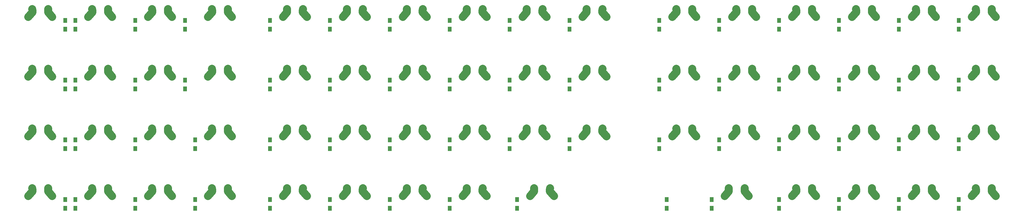
<source format=gbr>
G04 #@! TF.GenerationSoftware,KiCad,Pcbnew,(5.1.4)-1*
G04 #@! TF.CreationDate,2020-05-01T04:15:23-05:00*
G04 #@! TF.ProjectId,Augio,41756769-6f2e-46b6-9963-61645f706362,rev?*
G04 #@! TF.SameCoordinates,Original*
G04 #@! TF.FileFunction,Paste,Bot*
G04 #@! TF.FilePolarity,Positive*
%FSLAX46Y46*%
G04 Gerber Fmt 4.6, Leading zero omitted, Abs format (unit mm)*
G04 Created by KiCad (PCBNEW (5.1.4)-1) date 2020-05-01 04:15:23*
%MOMM*%
%LPD*%
G04 APERTURE LIST*
%ADD10C,2.500000*%
%ADD11C,2.500000*%
%ADD12R,1.200000X1.600000*%
G04 APERTURE END LIST*
D10*
X42207500Y-151578750D03*
D11*
X42227499Y-151288750D02*
X42187501Y-151868750D01*
D10*
X37167500Y-151578750D03*
D11*
X37147501Y-151288750D02*
X37187499Y-151868750D01*
D10*
X36532500Y-153098750D03*
D11*
X35877505Y-153828754D02*
X37187495Y-152368746D01*
D10*
X42842500Y-153098750D03*
D11*
X43497495Y-153828754D02*
X42187505Y-152368746D01*
D10*
X285095000Y-151578750D03*
D11*
X285114999Y-151288750D02*
X285075001Y-151868750D01*
D10*
X280055000Y-151578750D03*
D11*
X280035001Y-151288750D02*
X280074999Y-151868750D01*
D10*
X279420000Y-153098750D03*
D11*
X278765005Y-153828754D02*
X280074995Y-152368746D01*
D10*
X285730000Y-153098750D03*
D11*
X286384995Y-153828754D02*
X285075005Y-152368746D01*
D10*
X266045000Y-151578750D03*
D11*
X266064999Y-151288750D02*
X266025001Y-151868750D01*
D10*
X261005000Y-151578750D03*
D11*
X260985001Y-151288750D02*
X261024999Y-151868750D01*
D10*
X260370000Y-153098750D03*
D11*
X259715005Y-153828754D02*
X261024995Y-152368746D01*
D10*
X266680000Y-153098750D03*
D11*
X267334995Y-153828754D02*
X266025005Y-152368746D01*
D10*
X246995000Y-151578750D03*
D11*
X247014999Y-151288750D02*
X246975001Y-151868750D01*
D10*
X241955000Y-151578750D03*
D11*
X241935001Y-151288750D02*
X241974999Y-151868750D01*
D10*
X241320000Y-153098750D03*
D11*
X240665005Y-153828754D02*
X241974995Y-152368746D01*
D10*
X247630000Y-153098750D03*
D11*
X248284995Y-153828754D02*
X246975005Y-152368746D01*
D10*
X227945000Y-151578750D03*
D11*
X227964999Y-151288750D02*
X227925001Y-151868750D01*
D10*
X222905000Y-151578750D03*
D11*
X222885001Y-151288750D02*
X222924999Y-151868750D01*
D10*
X222270000Y-153098750D03*
D11*
X221615005Y-153828754D02*
X222924995Y-152368746D01*
D10*
X228580000Y-153098750D03*
D11*
X229234995Y-153828754D02*
X227925005Y-152368746D01*
D10*
X206513750Y-151578750D03*
D11*
X206533749Y-151288750D02*
X206493751Y-151868750D01*
D10*
X201473750Y-151578750D03*
D11*
X201453751Y-151288750D02*
X201493749Y-151868750D01*
D10*
X200838750Y-153098750D03*
D11*
X200183755Y-153828754D02*
X201493745Y-152368746D01*
D10*
X207148750Y-153098750D03*
D11*
X207803745Y-153828754D02*
X206493755Y-152368746D01*
D10*
X144601250Y-151578750D03*
D11*
X144621249Y-151288750D02*
X144581251Y-151868750D01*
D10*
X139561250Y-151578750D03*
D11*
X139541251Y-151288750D02*
X139581249Y-151868750D01*
D10*
X138926250Y-153098750D03*
D11*
X138271255Y-153828754D02*
X139581245Y-152368746D01*
D10*
X145236250Y-153098750D03*
D11*
X145891245Y-153828754D02*
X144581255Y-152368746D01*
D10*
X123170000Y-151578750D03*
D11*
X123189999Y-151288750D02*
X123150001Y-151868750D01*
D10*
X118130000Y-151578750D03*
D11*
X118110001Y-151288750D02*
X118149999Y-151868750D01*
D10*
X117495000Y-153098750D03*
D11*
X116840005Y-153828754D02*
X118149995Y-152368746D01*
D10*
X123805000Y-153098750D03*
D11*
X124459995Y-153828754D02*
X123150005Y-152368746D01*
D10*
X104120000Y-151578750D03*
D11*
X104139999Y-151288750D02*
X104100001Y-151868750D01*
D10*
X99080000Y-151578750D03*
D11*
X99060001Y-151288750D02*
X99099999Y-151868750D01*
D10*
X98445000Y-153098750D03*
D11*
X97790005Y-153828754D02*
X99099995Y-152368746D01*
D10*
X104755000Y-153098750D03*
D11*
X105409995Y-153828754D02*
X104100005Y-152368746D01*
D10*
X85070000Y-151578750D03*
D11*
X85089999Y-151288750D02*
X85050001Y-151868750D01*
D10*
X80030000Y-151578750D03*
D11*
X80010001Y-151288750D02*
X80049999Y-151868750D01*
D10*
X79395000Y-153098750D03*
D11*
X78740005Y-153828754D02*
X80049995Y-152368746D01*
D10*
X85705000Y-153098750D03*
D11*
X86359995Y-153828754D02*
X85050005Y-152368746D01*
D10*
X66020000Y-151578750D03*
D11*
X66039999Y-151288750D02*
X66000001Y-151868750D01*
D10*
X60980000Y-151578750D03*
D11*
X60960001Y-151288750D02*
X60999999Y-151868750D01*
D10*
X60345000Y-153098750D03*
D11*
X59690005Y-153828754D02*
X60999995Y-152368746D01*
D10*
X66655000Y-153098750D03*
D11*
X67309995Y-153828754D02*
X66000005Y-152368746D01*
D10*
X23157500Y-151578750D03*
D11*
X23177499Y-151288750D02*
X23137501Y-151868750D01*
D10*
X18117500Y-151578750D03*
D11*
X18097501Y-151288750D02*
X18137499Y-151868750D01*
D10*
X17482500Y-153098750D03*
D11*
X16827505Y-153828754D02*
X18137495Y-152368746D01*
D10*
X23792500Y-153098750D03*
D11*
X24447495Y-153828754D02*
X23137505Y-152368746D01*
D10*
X4107500Y-151578750D03*
D11*
X4127499Y-151288750D02*
X4087501Y-151868750D01*
D10*
X-932500Y-151578750D03*
D11*
X-952499Y-151288750D02*
X-912501Y-151868750D01*
D10*
X-1567500Y-153098750D03*
D11*
X-2222495Y-153828754D02*
X-912505Y-152368746D01*
D10*
X4742500Y-153098750D03*
D11*
X5397495Y-153828754D02*
X4087505Y-152368746D01*
D10*
X-14942500Y-151578750D03*
D11*
X-14922501Y-151288750D02*
X-14962499Y-151868750D01*
D10*
X-19982500Y-151578750D03*
D11*
X-20002499Y-151288750D02*
X-19962501Y-151868750D01*
D10*
X-20617500Y-153098750D03*
D11*
X-21272495Y-153828754D02*
X-19962505Y-152368746D01*
D10*
X-14307500Y-153098750D03*
D11*
X-13652505Y-153828754D02*
X-14962495Y-152368746D01*
D10*
X285095000Y-132528750D03*
D11*
X285114999Y-132238750D02*
X285075001Y-132818750D01*
D10*
X280055000Y-132528750D03*
D11*
X280035001Y-132238750D02*
X280074999Y-132818750D01*
D10*
X279420000Y-134048750D03*
D11*
X278765005Y-134778754D02*
X280074995Y-133318746D01*
D10*
X285730000Y-134048750D03*
D11*
X286384995Y-134778754D02*
X285075005Y-133318746D01*
D10*
X266045000Y-132528750D03*
D11*
X266064999Y-132238750D02*
X266025001Y-132818750D01*
D10*
X261005000Y-132528750D03*
D11*
X260985001Y-132238750D02*
X261024999Y-132818750D01*
D10*
X260370000Y-134048750D03*
D11*
X259715005Y-134778754D02*
X261024995Y-133318746D01*
D10*
X266680000Y-134048750D03*
D11*
X267334995Y-134778754D02*
X266025005Y-133318746D01*
D10*
X246995000Y-132528750D03*
D11*
X247014999Y-132238750D02*
X246975001Y-132818750D01*
D10*
X241955000Y-132528750D03*
D11*
X241935001Y-132238750D02*
X241974999Y-132818750D01*
D10*
X241320000Y-134048750D03*
D11*
X240665005Y-134778754D02*
X241974995Y-133318746D01*
D10*
X247630000Y-134048750D03*
D11*
X248284995Y-134778754D02*
X246975005Y-133318746D01*
D10*
X227945000Y-132528750D03*
D11*
X227964999Y-132238750D02*
X227925001Y-132818750D01*
D10*
X222905000Y-132528750D03*
D11*
X222885001Y-132238750D02*
X222924999Y-132818750D01*
D10*
X222270000Y-134048750D03*
D11*
X221615005Y-134778754D02*
X222924995Y-133318746D01*
D10*
X228580000Y-134048750D03*
D11*
X229234995Y-134778754D02*
X227925005Y-133318746D01*
D10*
X208895000Y-132528750D03*
D11*
X208914999Y-132238750D02*
X208875001Y-132818750D01*
D10*
X203855000Y-132528750D03*
D11*
X203835001Y-132238750D02*
X203874999Y-132818750D01*
D10*
X203220000Y-134048750D03*
D11*
X202565005Y-134778754D02*
X203874995Y-133318746D01*
D10*
X209530000Y-134048750D03*
D11*
X210184995Y-134778754D02*
X208875005Y-133318746D01*
D10*
X189845000Y-132528750D03*
D11*
X189864999Y-132238750D02*
X189825001Y-132818750D01*
D10*
X184805000Y-132528750D03*
D11*
X184785001Y-132238750D02*
X184824999Y-132818750D01*
D10*
X184170000Y-134048750D03*
D11*
X183515005Y-134778754D02*
X184824995Y-133318746D01*
D10*
X190480000Y-134048750D03*
D11*
X191134995Y-134778754D02*
X189825005Y-133318746D01*
D10*
X161270000Y-132528750D03*
D11*
X161289999Y-132238750D02*
X161250001Y-132818750D01*
D10*
X156230000Y-132528750D03*
D11*
X156210001Y-132238750D02*
X156249999Y-132818750D01*
D10*
X155595000Y-134048750D03*
D11*
X154940005Y-134778754D02*
X156249995Y-133318746D01*
D10*
X161905000Y-134048750D03*
D11*
X162559995Y-134778754D02*
X161250005Y-133318746D01*
D10*
X142220000Y-132528750D03*
D11*
X142239999Y-132238750D02*
X142200001Y-132818750D01*
D10*
X137180000Y-132528750D03*
D11*
X137160001Y-132238750D02*
X137199999Y-132818750D01*
D10*
X136545000Y-134048750D03*
D11*
X135890005Y-134778754D02*
X137199995Y-133318746D01*
D10*
X142855000Y-134048750D03*
D11*
X143509995Y-134778754D02*
X142200005Y-133318746D01*
D10*
X123170000Y-132528750D03*
D11*
X123189999Y-132238750D02*
X123150001Y-132818750D01*
D10*
X118130000Y-132528750D03*
D11*
X118110001Y-132238750D02*
X118149999Y-132818750D01*
D10*
X117495000Y-134048750D03*
D11*
X116840005Y-134778754D02*
X118149995Y-133318746D01*
D10*
X123805000Y-134048750D03*
D11*
X124459995Y-134778754D02*
X123150005Y-133318746D01*
D10*
X104120000Y-132528750D03*
D11*
X104139999Y-132238750D02*
X104100001Y-132818750D01*
D10*
X99080000Y-132528750D03*
D11*
X99060001Y-132238750D02*
X99099999Y-132818750D01*
D10*
X98445000Y-134048750D03*
D11*
X97790005Y-134778754D02*
X99099995Y-133318746D01*
D10*
X104755000Y-134048750D03*
D11*
X105409995Y-134778754D02*
X104100005Y-133318746D01*
D10*
X85070000Y-132528750D03*
D11*
X85089999Y-132238750D02*
X85050001Y-132818750D01*
D10*
X80030000Y-132528750D03*
D11*
X80010001Y-132238750D02*
X80049999Y-132818750D01*
D10*
X79395000Y-134048750D03*
D11*
X78740005Y-134778754D02*
X80049995Y-133318746D01*
D10*
X85705000Y-134048750D03*
D11*
X86359995Y-134778754D02*
X85050005Y-133318746D01*
D10*
X66020000Y-132528750D03*
D11*
X66039999Y-132238750D02*
X66000001Y-132818750D01*
D10*
X60980000Y-132528750D03*
D11*
X60960001Y-132238750D02*
X60999999Y-132818750D01*
D10*
X60345000Y-134048750D03*
D11*
X59690005Y-134778754D02*
X60999995Y-133318746D01*
D10*
X66655000Y-134048750D03*
D11*
X67309995Y-134778754D02*
X66000005Y-133318746D01*
D10*
X42207500Y-132528750D03*
D11*
X42227499Y-132238750D02*
X42187501Y-132818750D01*
D10*
X37167500Y-132528750D03*
D11*
X37147501Y-132238750D02*
X37187499Y-132818750D01*
D10*
X36532500Y-134048750D03*
D11*
X35877505Y-134778754D02*
X37187495Y-133318746D01*
D10*
X42842500Y-134048750D03*
D11*
X43497495Y-134778754D02*
X42187505Y-133318746D01*
D10*
X23157500Y-132528750D03*
D11*
X23177499Y-132238750D02*
X23137501Y-132818750D01*
D10*
X18117500Y-132528750D03*
D11*
X18097501Y-132238750D02*
X18137499Y-132818750D01*
D10*
X17482500Y-134048750D03*
D11*
X16827505Y-134778754D02*
X18137495Y-133318746D01*
D10*
X23792500Y-134048750D03*
D11*
X24447495Y-134778754D02*
X23137505Y-133318746D01*
D10*
X4107500Y-132528750D03*
D11*
X4127499Y-132238750D02*
X4087501Y-132818750D01*
D10*
X-932500Y-132528750D03*
D11*
X-952499Y-132238750D02*
X-912501Y-132818750D01*
D10*
X-1567500Y-134048750D03*
D11*
X-2222495Y-134778754D02*
X-912505Y-133318746D01*
D10*
X4742500Y-134048750D03*
D11*
X5397495Y-134778754D02*
X4087505Y-133318746D01*
D10*
X-14942500Y-132528750D03*
D11*
X-14922501Y-132238750D02*
X-14962499Y-132818750D01*
D10*
X-19982500Y-132528750D03*
D11*
X-20002499Y-132238750D02*
X-19962501Y-132818750D01*
D10*
X-20617500Y-134048750D03*
D11*
X-21272495Y-134778754D02*
X-19962505Y-133318746D01*
D10*
X-14307500Y-134048750D03*
D11*
X-13652505Y-134778754D02*
X-14962495Y-133318746D01*
D10*
X285095000Y-113478750D03*
D11*
X285114999Y-113188750D02*
X285075001Y-113768750D01*
D10*
X280055000Y-113478750D03*
D11*
X280035001Y-113188750D02*
X280074999Y-113768750D01*
D10*
X279420000Y-114998750D03*
D11*
X278765005Y-115728754D02*
X280074995Y-114268746D01*
D10*
X285730000Y-114998750D03*
D11*
X286384995Y-115728754D02*
X285075005Y-114268746D01*
D10*
X266045000Y-113478750D03*
D11*
X266064999Y-113188750D02*
X266025001Y-113768750D01*
D10*
X261005000Y-113478750D03*
D11*
X260985001Y-113188750D02*
X261024999Y-113768750D01*
D10*
X260370000Y-114998750D03*
D11*
X259715005Y-115728754D02*
X261024995Y-114268746D01*
D10*
X266680000Y-114998750D03*
D11*
X267334995Y-115728754D02*
X266025005Y-114268746D01*
D10*
X246995000Y-113478750D03*
D11*
X247014999Y-113188750D02*
X246975001Y-113768750D01*
D10*
X241955000Y-113478750D03*
D11*
X241935001Y-113188750D02*
X241974999Y-113768750D01*
D10*
X241320000Y-114998750D03*
D11*
X240665005Y-115728754D02*
X241974995Y-114268746D01*
D10*
X247630000Y-114998750D03*
D11*
X248284995Y-115728754D02*
X246975005Y-114268746D01*
D10*
X227945000Y-113478750D03*
D11*
X227964999Y-113188750D02*
X227925001Y-113768750D01*
D10*
X222905000Y-113478750D03*
D11*
X222885001Y-113188750D02*
X222924999Y-113768750D01*
D10*
X222270000Y-114998750D03*
D11*
X221615005Y-115728754D02*
X222924995Y-114268746D01*
D10*
X228580000Y-114998750D03*
D11*
X229234995Y-115728754D02*
X227925005Y-114268746D01*
D10*
X208895000Y-113478750D03*
D11*
X208914999Y-113188750D02*
X208875001Y-113768750D01*
D10*
X203855000Y-113478750D03*
D11*
X203835001Y-113188750D02*
X203874999Y-113768750D01*
D10*
X203220000Y-114998750D03*
D11*
X202565005Y-115728754D02*
X203874995Y-114268746D01*
D10*
X209530000Y-114998750D03*
D11*
X210184995Y-115728754D02*
X208875005Y-114268746D01*
D10*
X189845000Y-113478750D03*
D11*
X189864999Y-113188750D02*
X189825001Y-113768750D01*
D10*
X184805000Y-113478750D03*
D11*
X184785001Y-113188750D02*
X184824999Y-113768750D01*
D10*
X184170000Y-114998750D03*
D11*
X183515005Y-115728754D02*
X184824995Y-114268746D01*
D10*
X190480000Y-114998750D03*
D11*
X191134995Y-115728754D02*
X189825005Y-114268746D01*
D10*
X161270000Y-113478750D03*
D11*
X161289999Y-113188750D02*
X161250001Y-113768750D01*
D10*
X156230000Y-113478750D03*
D11*
X156210001Y-113188750D02*
X156249999Y-113768750D01*
D10*
X155595000Y-114998750D03*
D11*
X154940005Y-115728754D02*
X156249995Y-114268746D01*
D10*
X161905000Y-114998750D03*
D11*
X162559995Y-115728754D02*
X161250005Y-114268746D01*
D10*
X142220000Y-113478750D03*
D11*
X142239999Y-113188750D02*
X142200001Y-113768750D01*
D10*
X137180000Y-113478750D03*
D11*
X137160001Y-113188750D02*
X137199999Y-113768750D01*
D10*
X136545000Y-114998750D03*
D11*
X135890005Y-115728754D02*
X137199995Y-114268746D01*
D10*
X142855000Y-114998750D03*
D11*
X143509995Y-115728754D02*
X142200005Y-114268746D01*
D10*
X123170000Y-113478750D03*
D11*
X123189999Y-113188750D02*
X123150001Y-113768750D01*
D10*
X118130000Y-113478750D03*
D11*
X118110001Y-113188750D02*
X118149999Y-113768750D01*
D10*
X117495000Y-114998750D03*
D11*
X116840005Y-115728754D02*
X118149995Y-114268746D01*
D10*
X123805000Y-114998750D03*
D11*
X124459995Y-115728754D02*
X123150005Y-114268746D01*
D10*
X104120000Y-113478750D03*
D11*
X104139999Y-113188750D02*
X104100001Y-113768750D01*
D10*
X99080000Y-113478750D03*
D11*
X99060001Y-113188750D02*
X99099999Y-113768750D01*
D10*
X98445000Y-114998750D03*
D11*
X97790005Y-115728754D02*
X99099995Y-114268746D01*
D10*
X104755000Y-114998750D03*
D11*
X105409995Y-115728754D02*
X104100005Y-114268746D01*
D10*
X85070000Y-113478750D03*
D11*
X85089999Y-113188750D02*
X85050001Y-113768750D01*
D10*
X80030000Y-113478750D03*
D11*
X80010001Y-113188750D02*
X80049999Y-113768750D01*
D10*
X79395000Y-114998750D03*
D11*
X78740005Y-115728754D02*
X80049995Y-114268746D01*
D10*
X85705000Y-114998750D03*
D11*
X86359995Y-115728754D02*
X85050005Y-114268746D01*
D10*
X66020000Y-113478750D03*
D11*
X66039999Y-113188750D02*
X66000001Y-113768750D01*
D10*
X60980000Y-113478750D03*
D11*
X60960001Y-113188750D02*
X60999999Y-113768750D01*
D10*
X60345000Y-114998750D03*
D11*
X59690005Y-115728754D02*
X60999995Y-114268746D01*
D10*
X66655000Y-114998750D03*
D11*
X67309995Y-115728754D02*
X66000005Y-114268746D01*
D10*
X42207500Y-113478750D03*
D11*
X42227499Y-113188750D02*
X42187501Y-113768750D01*
D10*
X37167500Y-113478750D03*
D11*
X37147501Y-113188750D02*
X37187499Y-113768750D01*
D10*
X36532500Y-114998750D03*
D11*
X35877505Y-115728754D02*
X37187495Y-114268746D01*
D10*
X42842500Y-114998750D03*
D11*
X43497495Y-115728754D02*
X42187505Y-114268746D01*
D10*
X23157500Y-113478750D03*
D11*
X23177499Y-113188750D02*
X23137501Y-113768750D01*
D10*
X18117500Y-113478750D03*
D11*
X18097501Y-113188750D02*
X18137499Y-113768750D01*
D10*
X17482500Y-114998750D03*
D11*
X16827505Y-115728754D02*
X18137495Y-114268746D01*
D10*
X23792500Y-114998750D03*
D11*
X24447495Y-115728754D02*
X23137505Y-114268746D01*
D10*
X4107500Y-113478750D03*
D11*
X4127499Y-113188750D02*
X4087501Y-113768750D01*
D10*
X-932500Y-113478750D03*
D11*
X-952499Y-113188750D02*
X-912501Y-113768750D01*
D10*
X-1567500Y-114998750D03*
D11*
X-2222495Y-115728754D02*
X-912505Y-114268746D01*
D10*
X4742500Y-114998750D03*
D11*
X5397495Y-115728754D02*
X4087505Y-114268746D01*
D10*
X-14942500Y-113478750D03*
D11*
X-14922501Y-113188750D02*
X-14962499Y-113768750D01*
D10*
X-19982500Y-113478750D03*
D11*
X-20002499Y-113188750D02*
X-19962501Y-113768750D01*
D10*
X-20617500Y-114998750D03*
D11*
X-21272495Y-115728754D02*
X-19962505Y-114268746D01*
D10*
X-14307500Y-114998750D03*
D11*
X-13652505Y-115728754D02*
X-14962495Y-114268746D01*
D10*
X285095000Y-94428750D03*
D11*
X285114999Y-94138750D02*
X285075001Y-94718750D01*
D10*
X280055000Y-94428750D03*
D11*
X280035001Y-94138750D02*
X280074999Y-94718750D01*
D10*
X279420000Y-95948750D03*
D11*
X278765005Y-96678754D02*
X280074995Y-95218746D01*
D10*
X285730000Y-95948750D03*
D11*
X286384995Y-96678754D02*
X285075005Y-95218746D01*
D10*
X266045000Y-94428750D03*
D11*
X266064999Y-94138750D02*
X266025001Y-94718750D01*
D10*
X261005000Y-94428750D03*
D11*
X260985001Y-94138750D02*
X261024999Y-94718750D01*
D10*
X260370000Y-95948750D03*
D11*
X259715005Y-96678754D02*
X261024995Y-95218746D01*
D10*
X266680000Y-95948750D03*
D11*
X267334995Y-96678754D02*
X266025005Y-95218746D01*
D10*
X246995000Y-94428750D03*
D11*
X247014999Y-94138750D02*
X246975001Y-94718750D01*
D10*
X241955000Y-94428750D03*
D11*
X241935001Y-94138750D02*
X241974999Y-94718750D01*
D10*
X241320000Y-95948750D03*
D11*
X240665005Y-96678754D02*
X241974995Y-95218746D01*
D10*
X247630000Y-95948750D03*
D11*
X248284995Y-96678754D02*
X246975005Y-95218746D01*
D10*
X227945000Y-94428750D03*
D11*
X227964999Y-94138750D02*
X227925001Y-94718750D01*
D10*
X222905000Y-94428750D03*
D11*
X222885001Y-94138750D02*
X222924999Y-94718750D01*
D10*
X222270000Y-95948750D03*
D11*
X221615005Y-96678754D02*
X222924995Y-95218746D01*
D10*
X228580000Y-95948750D03*
D11*
X229234995Y-96678754D02*
X227925005Y-95218746D01*
D10*
X208895000Y-94428750D03*
D11*
X208914999Y-94138750D02*
X208875001Y-94718750D01*
D10*
X203855000Y-94428750D03*
D11*
X203835001Y-94138750D02*
X203874999Y-94718750D01*
D10*
X203220000Y-95948750D03*
D11*
X202565005Y-96678754D02*
X203874995Y-95218746D01*
D10*
X209530000Y-95948750D03*
D11*
X210184995Y-96678754D02*
X208875005Y-95218746D01*
D10*
X189845000Y-94428750D03*
D11*
X189864999Y-94138750D02*
X189825001Y-94718750D01*
D10*
X184805000Y-94428750D03*
D11*
X184785001Y-94138750D02*
X184824999Y-94718750D01*
D10*
X184170000Y-95948750D03*
D11*
X183515005Y-96678754D02*
X184824995Y-95218746D01*
D10*
X190480000Y-95948750D03*
D11*
X191134995Y-96678754D02*
X189825005Y-95218746D01*
D10*
X161270000Y-94428750D03*
D11*
X161289999Y-94138750D02*
X161250001Y-94718750D01*
D10*
X156230000Y-94428750D03*
D11*
X156210001Y-94138750D02*
X156249999Y-94718750D01*
D10*
X155595000Y-95948750D03*
D11*
X154940005Y-96678754D02*
X156249995Y-95218746D01*
D10*
X161905000Y-95948750D03*
D11*
X162559995Y-96678754D02*
X161250005Y-95218746D01*
D10*
X142220000Y-94428750D03*
D11*
X142239999Y-94138750D02*
X142200001Y-94718750D01*
D10*
X137180000Y-94428750D03*
D11*
X137160001Y-94138750D02*
X137199999Y-94718750D01*
D10*
X136545000Y-95948750D03*
D11*
X135890005Y-96678754D02*
X137199995Y-95218746D01*
D10*
X142855000Y-95948750D03*
D11*
X143509995Y-96678754D02*
X142200005Y-95218746D01*
D10*
X123170000Y-94428750D03*
D11*
X123189999Y-94138750D02*
X123150001Y-94718750D01*
D10*
X118130000Y-94428750D03*
D11*
X118110001Y-94138750D02*
X118149999Y-94718750D01*
D10*
X117495000Y-95948750D03*
D11*
X116840005Y-96678754D02*
X118149995Y-95218746D01*
D10*
X123805000Y-95948750D03*
D11*
X124459995Y-96678754D02*
X123150005Y-95218746D01*
D10*
X104120000Y-94428750D03*
D11*
X104139999Y-94138750D02*
X104100001Y-94718750D01*
D10*
X99080000Y-94428750D03*
D11*
X99060001Y-94138750D02*
X99099999Y-94718750D01*
D10*
X98445000Y-95948750D03*
D11*
X97790005Y-96678754D02*
X99099995Y-95218746D01*
D10*
X104755000Y-95948750D03*
D11*
X105409995Y-96678754D02*
X104100005Y-95218746D01*
D10*
X85070000Y-94428750D03*
D11*
X85089999Y-94138750D02*
X85050001Y-94718750D01*
D10*
X80030000Y-94428750D03*
D11*
X80010001Y-94138750D02*
X80049999Y-94718750D01*
D10*
X79395000Y-95948750D03*
D11*
X78740005Y-96678754D02*
X80049995Y-95218746D01*
D10*
X85705000Y-95948750D03*
D11*
X86359995Y-96678754D02*
X85050005Y-95218746D01*
D10*
X66020000Y-94428750D03*
D11*
X66039999Y-94138750D02*
X66000001Y-94718750D01*
D10*
X60980000Y-94428750D03*
D11*
X60960001Y-94138750D02*
X60999999Y-94718750D01*
D10*
X60345000Y-95948750D03*
D11*
X59690005Y-96678754D02*
X60999995Y-95218746D01*
D10*
X66655000Y-95948750D03*
D11*
X67309995Y-96678754D02*
X66000005Y-95218746D01*
D10*
X42207500Y-94428750D03*
D11*
X42227499Y-94138750D02*
X42187501Y-94718750D01*
D10*
X37167500Y-94428750D03*
D11*
X37147501Y-94138750D02*
X37187499Y-94718750D01*
D10*
X36532500Y-95948750D03*
D11*
X35877505Y-96678754D02*
X37187495Y-95218746D01*
D10*
X42842500Y-95948750D03*
D11*
X43497495Y-96678754D02*
X42187505Y-95218746D01*
D10*
X23157500Y-94428750D03*
D11*
X23177499Y-94138750D02*
X23137501Y-94718750D01*
D10*
X18117500Y-94428750D03*
D11*
X18097501Y-94138750D02*
X18137499Y-94718750D01*
D10*
X17482500Y-95948750D03*
D11*
X16827505Y-96678754D02*
X18137495Y-95218746D01*
D10*
X23792500Y-95948750D03*
D11*
X24447495Y-96678754D02*
X23137505Y-95218746D01*
D10*
X4107500Y-94428750D03*
D11*
X4127499Y-94138750D02*
X4087501Y-94718750D01*
D10*
X-932500Y-94428750D03*
D11*
X-952499Y-94138750D02*
X-912501Y-94718750D01*
D10*
X-1567500Y-95948750D03*
D11*
X-2222495Y-96678754D02*
X-912505Y-95218746D01*
D10*
X4742500Y-95948750D03*
D11*
X5397495Y-96678754D02*
X4087505Y-95218746D01*
D10*
X-14942500Y-94428750D03*
D11*
X-14922501Y-94138750D02*
X-14962499Y-94718750D01*
D10*
X-19982500Y-94428750D03*
D11*
X-20002499Y-94138750D02*
X-19962501Y-94718750D01*
D10*
X-20617500Y-95948750D03*
D11*
X-21272495Y-96678754D02*
X-19962505Y-95218746D01*
D10*
X-14307500Y-95948750D03*
D11*
X-13652505Y-96678754D02*
X-14962495Y-95218746D01*
D12*
X181768750Y-154968750D03*
X181768750Y-157768750D03*
X-9525000Y-157768750D03*
X-9525000Y-154968750D03*
X-9525000Y-138718750D03*
X-9525000Y-135918750D03*
X-9525000Y-119668750D03*
X-9525000Y-116868750D03*
X-9525000Y-97818750D03*
X-9525000Y-100618750D03*
X255587500Y-154968750D03*
X255587500Y-157768750D03*
X217487500Y-154968750D03*
X217487500Y-157768750D03*
X134143750Y-154968750D03*
X134143750Y-157768750D03*
X93662500Y-154968750D03*
X93662500Y-157768750D03*
X55562500Y-154968750D03*
X55562500Y-157768750D03*
X12700000Y-154968750D03*
X12700000Y-157768750D03*
X274637500Y-154968750D03*
X274637500Y-157768750D03*
X236537500Y-154968750D03*
X236537500Y-157768750D03*
X196056250Y-154968750D03*
X196056250Y-157768750D03*
X112712500Y-154968750D03*
X112712500Y-157768750D03*
X74612500Y-154968750D03*
X74612500Y-157768750D03*
X31750000Y-154968750D03*
X31750000Y-157768750D03*
X-6350000Y-154968750D03*
X-6350000Y-157768750D03*
X255587500Y-135918750D03*
X255587500Y-138718750D03*
X217487500Y-135918750D03*
X217487500Y-138718750D03*
X179387500Y-135918750D03*
X179387500Y-138718750D03*
X131762500Y-135918750D03*
X131762500Y-138718750D03*
X93662500Y-135918750D03*
X93662500Y-138718750D03*
X55562500Y-135918750D03*
X55562500Y-138718750D03*
X12700000Y-135918750D03*
X12700000Y-138718750D03*
X274637500Y-135918750D03*
X274637500Y-138718750D03*
X236537500Y-135918750D03*
X236537500Y-138718750D03*
X198437500Y-135918750D03*
X198437500Y-138718750D03*
X150812500Y-135918750D03*
X150812500Y-138718750D03*
X112712500Y-135918750D03*
X112712500Y-138718750D03*
X74612500Y-135918750D03*
X74612500Y-138718750D03*
X31750000Y-135918750D03*
X31750000Y-138718750D03*
X-6350000Y-135918750D03*
X-6350000Y-138718750D03*
X255587500Y-116868750D03*
X255587500Y-119668750D03*
X217487500Y-116868750D03*
X217487500Y-119668750D03*
X179387500Y-116868750D03*
X179387500Y-119668750D03*
X131762500Y-116868750D03*
X131762500Y-119668750D03*
X93662500Y-116868750D03*
X93662500Y-119668750D03*
X55562500Y-116868750D03*
X55562500Y-119668750D03*
X12700000Y-116868750D03*
X12700000Y-119668750D03*
X274637500Y-116868750D03*
X274637500Y-119668750D03*
X236537500Y-116868750D03*
X236537500Y-119668750D03*
X198437500Y-116868750D03*
X198437500Y-119668750D03*
X150812500Y-116868750D03*
X150812500Y-119668750D03*
X112712500Y-116868750D03*
X112712500Y-119668750D03*
X74612500Y-116868750D03*
X74612500Y-119668750D03*
X28575000Y-116868750D03*
X28575000Y-119668750D03*
X-6350000Y-116868750D03*
X-6350000Y-119668750D03*
X255587500Y-97818750D03*
X255587500Y-100618750D03*
X217487500Y-97818750D03*
X217487500Y-100618750D03*
X179387500Y-97818750D03*
X179387500Y-100618750D03*
X131762500Y-97818750D03*
X131762500Y-100618750D03*
X93662500Y-97818750D03*
X93662500Y-100618750D03*
X55562500Y-97818750D03*
X55562500Y-100618750D03*
X12700000Y-97818750D03*
X12700000Y-100618750D03*
X274637500Y-97818750D03*
X274637500Y-100618750D03*
X236537500Y-97818750D03*
X236537500Y-100618750D03*
X198437500Y-97818750D03*
X198437500Y-100618750D03*
X150812500Y-97818750D03*
X150812500Y-100618750D03*
X112712500Y-97818750D03*
X112712500Y-100618750D03*
X74612500Y-97818750D03*
X74612500Y-100618750D03*
X28575000Y-97818750D03*
X28575000Y-100618750D03*
X-6350000Y-97818750D03*
X-6350000Y-100618750D03*
M02*

</source>
